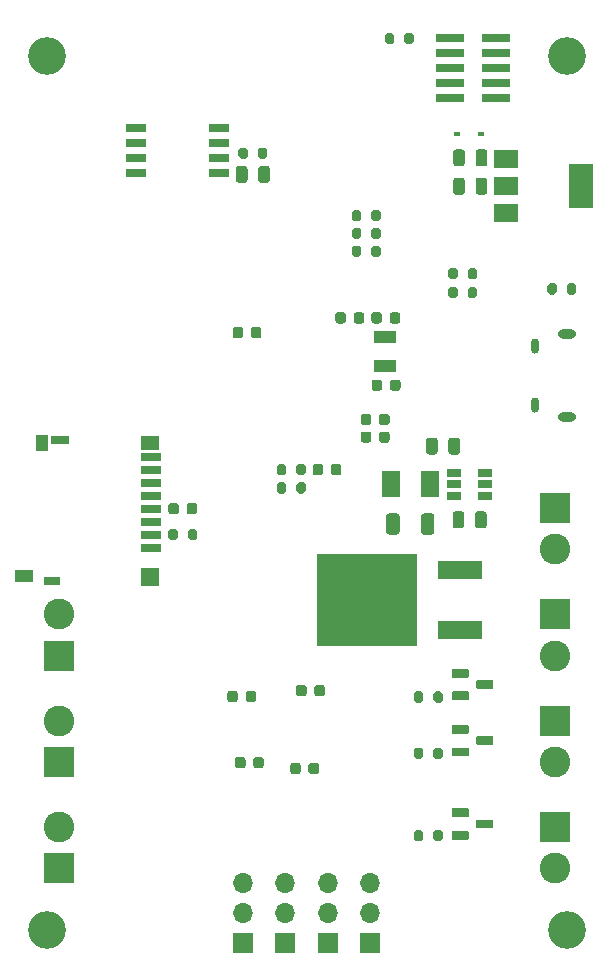
<source format=gbr>
G04 #@! TF.GenerationSoftware,KiCad,Pcbnew,(5.1.9)-1*
G04 #@! TF.CreationDate,2021-01-07T21:38:48-08:00*
G04 #@! TF.ProjectId,Hermes,4865726d-6573-42e6-9b69-6361645f7063,rev?*
G04 #@! TF.SameCoordinates,Original*
G04 #@! TF.FileFunction,Soldermask,Bot*
G04 #@! TF.FilePolarity,Negative*
%FSLAX46Y46*%
G04 Gerber Fmt 4.6, Leading zero omitted, Abs format (unit mm)*
G04 Created by KiCad (PCBNEW (5.1.9)-1) date 2021-01-07 21:38:48*
%MOMM*%
%LPD*%
G01*
G04 APERTURE LIST*
%ADD10R,1.550000X1.000000*%
%ADD11R,1.400000X0.800000*%
%ADD12R,1.000000X1.450000*%
%ADD13R,1.500000X0.800000*%
%ADD14R,1.750000X0.800000*%
%ADD15R,1.500000X1.500000*%
%ADD16R,1.500000X1.300000*%
%ADD17R,1.650000X2.300000*%
%ADD18R,1.900000X1.100000*%
%ADD19R,2.000000X1.500000*%
%ADD20R,2.000000X3.800000*%
%ADD21R,8.510000X7.870000*%
%ADD22R,3.810000X1.620000*%
%ADD23C,2.600000*%
%ADD24R,2.600000X2.600000*%
%ADD25R,2.400000X0.740000*%
%ADD26O,1.550000X0.775000*%
%ADD27O,0.650000X1.300000*%
%ADD28R,1.785000X0.650000*%
%ADD29R,1.220000X0.650000*%
%ADD30C,3.200000*%
%ADD31R,0.600000X0.450000*%
%ADD32R,1.700000X1.700000*%
%ADD33O,1.700000X1.700000*%
G04 APERTURE END LIST*
G04 #@! TO.C,R11*
G36*
G01*
X34900000Y-63775000D02*
X34900000Y-63225000D01*
G75*
G02*
X35100000Y-63025000I200000J0D01*
G01*
X35500000Y-63025000D01*
G75*
G02*
X35700000Y-63225000I0J-200000D01*
G01*
X35700000Y-63775000D01*
G75*
G02*
X35500000Y-63975000I-200000J0D01*
G01*
X35100000Y-63975000D01*
G75*
G02*
X34900000Y-63775000I0J200000D01*
G01*
G37*
G36*
G01*
X33250000Y-63775000D02*
X33250000Y-63225000D01*
G75*
G02*
X33450000Y-63025000I200000J0D01*
G01*
X33850000Y-63025000D01*
G75*
G02*
X34050000Y-63225000I0J-200000D01*
G01*
X34050000Y-63775000D01*
G75*
G02*
X33850000Y-63975000I-200000J0D01*
G01*
X33450000Y-63975000D01*
G75*
G02*
X33250000Y-63775000I0J200000D01*
G01*
G37*
G04 #@! TD*
G04 #@! TO.C,C5*
G36*
G01*
X40225000Y-46650000D02*
X40225000Y-46150000D01*
G75*
G02*
X40450000Y-45925000I225000J0D01*
G01*
X40900000Y-45925000D01*
G75*
G02*
X41125000Y-46150000I0J-225000D01*
G01*
X41125000Y-46650000D01*
G75*
G02*
X40900000Y-46875000I-225000J0D01*
G01*
X40450000Y-46875000D01*
G75*
G02*
X40225000Y-46650000I0J225000D01*
G01*
G37*
G36*
G01*
X38675000Y-46650000D02*
X38675000Y-46150000D01*
G75*
G02*
X38900000Y-45925000I225000J0D01*
G01*
X39350000Y-45925000D01*
G75*
G02*
X39575000Y-46150000I0J-225000D01*
G01*
X39575000Y-46650000D01*
G75*
G02*
X39350000Y-46875000I-225000J0D01*
G01*
X38900000Y-46875000D01*
G75*
G02*
X38675000Y-46650000I0J225000D01*
G01*
G37*
G04 #@! TD*
G04 #@! TO.C,R14*
G36*
G01*
X55675000Y-89275000D02*
X55675000Y-88725000D01*
G75*
G02*
X55875000Y-88525000I200000J0D01*
G01*
X56275000Y-88525000D01*
G75*
G02*
X56475000Y-88725000I0J-200000D01*
G01*
X56475000Y-89275000D01*
G75*
G02*
X56275000Y-89475000I-200000J0D01*
G01*
X55875000Y-89475000D01*
G75*
G02*
X55675000Y-89275000I0J200000D01*
G01*
G37*
G36*
G01*
X54025000Y-89275000D02*
X54025000Y-88725000D01*
G75*
G02*
X54225000Y-88525000I200000J0D01*
G01*
X54625000Y-88525000D01*
G75*
G02*
X54825000Y-88725000I0J-200000D01*
G01*
X54825000Y-89275000D01*
G75*
G02*
X54625000Y-89475000I-200000J0D01*
G01*
X54225000Y-89475000D01*
G75*
G02*
X54025000Y-89275000I0J200000D01*
G01*
G37*
G04 #@! TD*
G04 #@! TO.C,R13*
G36*
G01*
X55675000Y-82275000D02*
X55675000Y-81725000D01*
G75*
G02*
X55875000Y-81525000I200000J0D01*
G01*
X56275000Y-81525000D01*
G75*
G02*
X56475000Y-81725000I0J-200000D01*
G01*
X56475000Y-82275000D01*
G75*
G02*
X56275000Y-82475000I-200000J0D01*
G01*
X55875000Y-82475000D01*
G75*
G02*
X55675000Y-82275000I0J200000D01*
G01*
G37*
G36*
G01*
X54025000Y-82275000D02*
X54025000Y-81725000D01*
G75*
G02*
X54225000Y-81525000I200000J0D01*
G01*
X54625000Y-81525000D01*
G75*
G02*
X54825000Y-81725000I0J-200000D01*
G01*
X54825000Y-82275000D01*
G75*
G02*
X54625000Y-82475000I-200000J0D01*
G01*
X54225000Y-82475000D01*
G75*
G02*
X54025000Y-82275000I0J200000D01*
G01*
G37*
G04 #@! TD*
G04 #@! TO.C,R12*
G36*
G01*
X55675000Y-77525000D02*
X55675000Y-76975000D01*
G75*
G02*
X55875000Y-76775000I200000J0D01*
G01*
X56275000Y-76775000D01*
G75*
G02*
X56475000Y-76975000I0J-200000D01*
G01*
X56475000Y-77525000D01*
G75*
G02*
X56275000Y-77725000I-200000J0D01*
G01*
X55875000Y-77725000D01*
G75*
G02*
X55675000Y-77525000I0J200000D01*
G01*
G37*
G36*
G01*
X54025000Y-77525000D02*
X54025000Y-76975000D01*
G75*
G02*
X54225000Y-76775000I200000J0D01*
G01*
X54625000Y-76775000D01*
G75*
G02*
X54825000Y-76975000I0J-200000D01*
G01*
X54825000Y-77525000D01*
G75*
G02*
X54625000Y-77725000I-200000J0D01*
G01*
X54225000Y-77725000D01*
G75*
G02*
X54025000Y-77525000I0J200000D01*
G01*
G37*
G04 #@! TD*
D10*
G04 #@! TO.C,J14*
X21000000Y-67000000D03*
D11*
X23425000Y-67400000D03*
D12*
X22575000Y-55775000D03*
D13*
X24075000Y-55450000D03*
D14*
X31800000Y-64600000D03*
X31800000Y-63500000D03*
X31800000Y-62400000D03*
X31800000Y-61300000D03*
X31800000Y-60200000D03*
X31800000Y-59100000D03*
X31800000Y-58000000D03*
D15*
X31675000Y-67050000D03*
D16*
X31675000Y-55700000D03*
D14*
X31800000Y-56900000D03*
G04 #@! TD*
D17*
G04 #@! TO.C,L1*
X52100000Y-59250000D03*
X55400000Y-59250000D03*
G04 #@! TD*
G04 #@! TO.C,C9*
G36*
G01*
X51075000Y-54000000D02*
X51075000Y-53500000D01*
G75*
G02*
X51300000Y-53275000I225000J0D01*
G01*
X51750000Y-53275000D01*
G75*
G02*
X51975000Y-53500000I0J-225000D01*
G01*
X51975000Y-54000000D01*
G75*
G02*
X51750000Y-54225000I-225000J0D01*
G01*
X51300000Y-54225000D01*
G75*
G02*
X51075000Y-54000000I0J225000D01*
G01*
G37*
G36*
G01*
X49525000Y-54000000D02*
X49525000Y-53500000D01*
G75*
G02*
X49750000Y-53275000I225000J0D01*
G01*
X50200000Y-53275000D01*
G75*
G02*
X50425000Y-53500000I0J-225000D01*
G01*
X50425000Y-54000000D01*
G75*
G02*
X50200000Y-54225000I-225000J0D01*
G01*
X49750000Y-54225000D01*
G75*
G02*
X49525000Y-54000000I0J225000D01*
G01*
G37*
G04 #@! TD*
D18*
G04 #@! TO.C,Y1*
X51600000Y-49250000D03*
X51600000Y-46750000D03*
G04 #@! TD*
D19*
G04 #@! TO.C,U1*
X61850000Y-36300000D03*
X61850000Y-31700000D03*
X61850000Y-34000000D03*
D20*
X68150000Y-34000000D03*
G04 #@! TD*
G04 #@! TO.C,R15*
G36*
G01*
X40825000Y-31475000D02*
X40825000Y-30925000D01*
G75*
G02*
X41025000Y-30725000I200000J0D01*
G01*
X41425000Y-30725000D01*
G75*
G02*
X41625000Y-30925000I0J-200000D01*
G01*
X41625000Y-31475000D01*
G75*
G02*
X41425000Y-31675000I-200000J0D01*
G01*
X41025000Y-31675000D01*
G75*
G02*
X40825000Y-31475000I0J200000D01*
G01*
G37*
G36*
G01*
X39175000Y-31475000D02*
X39175000Y-30925000D01*
G75*
G02*
X39375000Y-30725000I200000J0D01*
G01*
X39775000Y-30725000D01*
G75*
G02*
X39975000Y-30925000I0J-200000D01*
G01*
X39975000Y-31475000D01*
G75*
G02*
X39775000Y-31675000I-200000J0D01*
G01*
X39375000Y-31675000D01*
G75*
G02*
X39175000Y-31475000I0J200000D01*
G01*
G37*
G04 #@! TD*
D21*
G04 #@! TO.C,R10*
X50030000Y-69000000D03*
D22*
X57970000Y-71540000D03*
X57970000Y-66460000D03*
G04 #@! TD*
G04 #@! TO.C,R9*
G36*
G01*
X50425000Y-36775000D02*
X50425000Y-36225000D01*
G75*
G02*
X50625000Y-36025000I200000J0D01*
G01*
X51025000Y-36025000D01*
G75*
G02*
X51225000Y-36225000I0J-200000D01*
G01*
X51225000Y-36775000D01*
G75*
G02*
X51025000Y-36975000I-200000J0D01*
G01*
X50625000Y-36975000D01*
G75*
G02*
X50425000Y-36775000I0J200000D01*
G01*
G37*
G36*
G01*
X48775000Y-36775000D02*
X48775000Y-36225000D01*
G75*
G02*
X48975000Y-36025000I200000J0D01*
G01*
X49375000Y-36025000D01*
G75*
G02*
X49575000Y-36225000I0J-200000D01*
G01*
X49575000Y-36775000D01*
G75*
G02*
X49375000Y-36975000I-200000J0D01*
G01*
X48975000Y-36975000D01*
G75*
G02*
X48775000Y-36775000I0J200000D01*
G01*
G37*
G04 #@! TD*
G04 #@! TO.C,R8*
G36*
G01*
X50425000Y-39775000D02*
X50425000Y-39225000D01*
G75*
G02*
X50625000Y-39025000I200000J0D01*
G01*
X51025000Y-39025000D01*
G75*
G02*
X51225000Y-39225000I0J-200000D01*
G01*
X51225000Y-39775000D01*
G75*
G02*
X51025000Y-39975000I-200000J0D01*
G01*
X50625000Y-39975000D01*
G75*
G02*
X50425000Y-39775000I0J200000D01*
G01*
G37*
G36*
G01*
X48775000Y-39775000D02*
X48775000Y-39225000D01*
G75*
G02*
X48975000Y-39025000I200000J0D01*
G01*
X49375000Y-39025000D01*
G75*
G02*
X49575000Y-39225000I0J-200000D01*
G01*
X49575000Y-39775000D01*
G75*
G02*
X49375000Y-39975000I-200000J0D01*
G01*
X48975000Y-39975000D01*
G75*
G02*
X48775000Y-39775000I0J200000D01*
G01*
G37*
G04 #@! TD*
G04 #@! TO.C,R7*
G36*
G01*
X44075000Y-58275000D02*
X44075000Y-57725000D01*
G75*
G02*
X44275000Y-57525000I200000J0D01*
G01*
X44675000Y-57525000D01*
G75*
G02*
X44875000Y-57725000I0J-200000D01*
G01*
X44875000Y-58275000D01*
G75*
G02*
X44675000Y-58475000I-200000J0D01*
G01*
X44275000Y-58475000D01*
G75*
G02*
X44075000Y-58275000I0J200000D01*
G01*
G37*
G36*
G01*
X42425000Y-58275000D02*
X42425000Y-57725000D01*
G75*
G02*
X42625000Y-57525000I200000J0D01*
G01*
X43025000Y-57525000D01*
G75*
G02*
X43225000Y-57725000I0J-200000D01*
G01*
X43225000Y-58275000D01*
G75*
G02*
X43025000Y-58475000I-200000J0D01*
G01*
X42625000Y-58475000D01*
G75*
G02*
X42425000Y-58275000I0J200000D01*
G01*
G37*
G04 #@! TD*
G04 #@! TO.C,R6*
G36*
G01*
X50425000Y-38275000D02*
X50425000Y-37725000D01*
G75*
G02*
X50625000Y-37525000I200000J0D01*
G01*
X51025000Y-37525000D01*
G75*
G02*
X51225000Y-37725000I0J-200000D01*
G01*
X51225000Y-38275000D01*
G75*
G02*
X51025000Y-38475000I-200000J0D01*
G01*
X50625000Y-38475000D01*
G75*
G02*
X50425000Y-38275000I0J200000D01*
G01*
G37*
G36*
G01*
X48775000Y-38275000D02*
X48775000Y-37725000D01*
G75*
G02*
X48975000Y-37525000I200000J0D01*
G01*
X49375000Y-37525000D01*
G75*
G02*
X49575000Y-37725000I0J-200000D01*
G01*
X49575000Y-38275000D01*
G75*
G02*
X49375000Y-38475000I-200000J0D01*
G01*
X48975000Y-38475000D01*
G75*
G02*
X48775000Y-38275000I0J200000D01*
G01*
G37*
G04 #@! TD*
G04 #@! TO.C,R5*
G36*
G01*
X44075000Y-59825000D02*
X44075000Y-59275000D01*
G75*
G02*
X44275000Y-59075000I200000J0D01*
G01*
X44675000Y-59075000D01*
G75*
G02*
X44875000Y-59275000I0J-200000D01*
G01*
X44875000Y-59825000D01*
G75*
G02*
X44675000Y-60025000I-200000J0D01*
G01*
X44275000Y-60025000D01*
G75*
G02*
X44075000Y-59825000I0J200000D01*
G01*
G37*
G36*
G01*
X42425000Y-59825000D02*
X42425000Y-59275000D01*
G75*
G02*
X42625000Y-59075000I200000J0D01*
G01*
X43025000Y-59075000D01*
G75*
G02*
X43225000Y-59275000I0J-200000D01*
G01*
X43225000Y-59825000D01*
G75*
G02*
X43025000Y-60025000I-200000J0D01*
G01*
X42625000Y-60025000D01*
G75*
G02*
X42425000Y-59825000I0J200000D01*
G01*
G37*
G04 #@! TD*
G04 #@! TO.C,R4*
G36*
G01*
X58585000Y-41675000D02*
X58585000Y-41125000D01*
G75*
G02*
X58785000Y-40925000I200000J0D01*
G01*
X59185000Y-40925000D01*
G75*
G02*
X59385000Y-41125000I0J-200000D01*
G01*
X59385000Y-41675000D01*
G75*
G02*
X59185000Y-41875000I-200000J0D01*
G01*
X58785000Y-41875000D01*
G75*
G02*
X58585000Y-41675000I0J200000D01*
G01*
G37*
G36*
G01*
X56935000Y-41675000D02*
X56935000Y-41125000D01*
G75*
G02*
X57135000Y-40925000I200000J0D01*
G01*
X57535000Y-40925000D01*
G75*
G02*
X57735000Y-41125000I0J-200000D01*
G01*
X57735000Y-41675000D01*
G75*
G02*
X57535000Y-41875000I-200000J0D01*
G01*
X57135000Y-41875000D01*
G75*
G02*
X56935000Y-41675000I0J200000D01*
G01*
G37*
G04 #@! TD*
G04 #@! TO.C,R3*
G36*
G01*
X58585000Y-43280000D02*
X58585000Y-42730000D01*
G75*
G02*
X58785000Y-42530000I200000J0D01*
G01*
X59185000Y-42530000D01*
G75*
G02*
X59385000Y-42730000I0J-200000D01*
G01*
X59385000Y-43280000D01*
G75*
G02*
X59185000Y-43480000I-200000J0D01*
G01*
X58785000Y-43480000D01*
G75*
G02*
X58585000Y-43280000I0J200000D01*
G01*
G37*
G36*
G01*
X56935000Y-43280000D02*
X56935000Y-42730000D01*
G75*
G02*
X57135000Y-42530000I200000J0D01*
G01*
X57535000Y-42530000D01*
G75*
G02*
X57735000Y-42730000I0J-200000D01*
G01*
X57735000Y-43280000D01*
G75*
G02*
X57535000Y-43480000I-200000J0D01*
G01*
X57135000Y-43480000D01*
G75*
G02*
X56935000Y-43280000I0J200000D01*
G01*
G37*
G04 #@! TD*
G04 #@! TO.C,R2*
G36*
G01*
X52375000Y-21225000D02*
X52375000Y-21775000D01*
G75*
G02*
X52175000Y-21975000I-200000J0D01*
G01*
X51775000Y-21975000D01*
G75*
G02*
X51575000Y-21775000I0J200000D01*
G01*
X51575000Y-21225000D01*
G75*
G02*
X51775000Y-21025000I200000J0D01*
G01*
X52175000Y-21025000D01*
G75*
G02*
X52375000Y-21225000I0J-200000D01*
G01*
G37*
G36*
G01*
X54025000Y-21225000D02*
X54025000Y-21775000D01*
G75*
G02*
X53825000Y-21975000I-200000J0D01*
G01*
X53425000Y-21975000D01*
G75*
G02*
X53225000Y-21775000I0J200000D01*
G01*
X53225000Y-21225000D01*
G75*
G02*
X53425000Y-21025000I200000J0D01*
G01*
X53825000Y-21025000D01*
G75*
G02*
X54025000Y-21225000I0J-200000D01*
G01*
G37*
G04 #@! TD*
G04 #@! TO.C,R1*
G36*
G01*
X66125000Y-42425000D02*
X66125000Y-42975000D01*
G75*
G02*
X65925000Y-43175000I-200000J0D01*
G01*
X65525000Y-43175000D01*
G75*
G02*
X65325000Y-42975000I0J200000D01*
G01*
X65325000Y-42425000D01*
G75*
G02*
X65525000Y-42225000I200000J0D01*
G01*
X65925000Y-42225000D01*
G75*
G02*
X66125000Y-42425000I0J-200000D01*
G01*
G37*
G36*
G01*
X67775000Y-42425000D02*
X67775000Y-42975000D01*
G75*
G02*
X67575000Y-43175000I-200000J0D01*
G01*
X67175000Y-43175000D01*
G75*
G02*
X66975000Y-42975000I0J200000D01*
G01*
X66975000Y-42425000D01*
G75*
G02*
X67175000Y-42225000I200000J0D01*
G01*
X67575000Y-42225000D01*
G75*
G02*
X67775000Y-42425000I0J-200000D01*
G01*
G37*
G04 #@! TD*
G04 #@! TO.C,Q3*
G36*
G01*
X57230000Y-89250000D02*
X57230000Y-88650000D01*
G75*
G02*
X57300000Y-88580000I70000J0D01*
G01*
X58600000Y-88580000D01*
G75*
G02*
X58670000Y-88650000I0J-70000D01*
G01*
X58670000Y-89250000D01*
G75*
G02*
X58600000Y-89320000I-70000J0D01*
G01*
X57300000Y-89320000D01*
G75*
G02*
X57230000Y-89250000I0J70000D01*
G01*
G37*
G36*
G01*
X57230000Y-87350000D02*
X57230000Y-86750000D01*
G75*
G02*
X57300000Y-86680000I70000J0D01*
G01*
X58600000Y-86680000D01*
G75*
G02*
X58670000Y-86750000I0J-70000D01*
G01*
X58670000Y-87350000D01*
G75*
G02*
X58600000Y-87420000I-70000J0D01*
G01*
X57300000Y-87420000D01*
G75*
G02*
X57230000Y-87350000I0J70000D01*
G01*
G37*
G36*
G01*
X59330000Y-88300000D02*
X59330000Y-87700000D01*
G75*
G02*
X59400000Y-87630000I70000J0D01*
G01*
X60700000Y-87630000D01*
G75*
G02*
X60770000Y-87700000I0J-70000D01*
G01*
X60770000Y-88300000D01*
G75*
G02*
X60700000Y-88370000I-70000J0D01*
G01*
X59400000Y-88370000D01*
G75*
G02*
X59330000Y-88300000I0J70000D01*
G01*
G37*
G04 #@! TD*
G04 #@! TO.C,Q2*
G36*
G01*
X57230000Y-82200000D02*
X57230000Y-81600000D01*
G75*
G02*
X57300000Y-81530000I70000J0D01*
G01*
X58600000Y-81530000D01*
G75*
G02*
X58670000Y-81600000I0J-70000D01*
G01*
X58670000Y-82200000D01*
G75*
G02*
X58600000Y-82270000I-70000J0D01*
G01*
X57300000Y-82270000D01*
G75*
G02*
X57230000Y-82200000I0J70000D01*
G01*
G37*
G36*
G01*
X57230000Y-80300000D02*
X57230000Y-79700000D01*
G75*
G02*
X57300000Y-79630000I70000J0D01*
G01*
X58600000Y-79630000D01*
G75*
G02*
X58670000Y-79700000I0J-70000D01*
G01*
X58670000Y-80300000D01*
G75*
G02*
X58600000Y-80370000I-70000J0D01*
G01*
X57300000Y-80370000D01*
G75*
G02*
X57230000Y-80300000I0J70000D01*
G01*
G37*
G36*
G01*
X59330000Y-81250000D02*
X59330000Y-80650000D01*
G75*
G02*
X59400000Y-80580000I70000J0D01*
G01*
X60700000Y-80580000D01*
G75*
G02*
X60770000Y-80650000I0J-70000D01*
G01*
X60770000Y-81250000D01*
G75*
G02*
X60700000Y-81320000I-70000J0D01*
G01*
X59400000Y-81320000D01*
G75*
G02*
X59330000Y-81250000I0J70000D01*
G01*
G37*
G04 #@! TD*
G04 #@! TO.C,Q1*
G36*
G01*
X57230000Y-77450000D02*
X57230000Y-76850000D01*
G75*
G02*
X57300000Y-76780000I70000J0D01*
G01*
X58600000Y-76780000D01*
G75*
G02*
X58670000Y-76850000I0J-70000D01*
G01*
X58670000Y-77450000D01*
G75*
G02*
X58600000Y-77520000I-70000J0D01*
G01*
X57300000Y-77520000D01*
G75*
G02*
X57230000Y-77450000I0J70000D01*
G01*
G37*
G36*
G01*
X57230000Y-75550000D02*
X57230000Y-74950000D01*
G75*
G02*
X57300000Y-74880000I70000J0D01*
G01*
X58600000Y-74880000D01*
G75*
G02*
X58670000Y-74950000I0J-70000D01*
G01*
X58670000Y-75550000D01*
G75*
G02*
X58600000Y-75620000I-70000J0D01*
G01*
X57300000Y-75620000D01*
G75*
G02*
X57230000Y-75550000I0J70000D01*
G01*
G37*
G36*
G01*
X59330000Y-76500000D02*
X59330000Y-75900000D01*
G75*
G02*
X59400000Y-75830000I70000J0D01*
G01*
X60700000Y-75830000D01*
G75*
G02*
X60770000Y-75900000I0J-70000D01*
G01*
X60770000Y-76500000D01*
G75*
G02*
X60700000Y-76570000I-70000J0D01*
G01*
X59400000Y-76570000D01*
G75*
G02*
X59330000Y-76500000I0J70000D01*
G01*
G37*
G04 #@! TD*
D23*
G04 #@! TO.C,J17*
X66000000Y-91750000D03*
D24*
X66000000Y-88250000D03*
G04 #@! TD*
D23*
G04 #@! TO.C,J16*
X66000000Y-82750000D03*
D24*
X66000000Y-79250000D03*
G04 #@! TD*
D23*
G04 #@! TO.C,J15*
X66000000Y-73750000D03*
D24*
X66000000Y-70250000D03*
G04 #@! TD*
D23*
G04 #@! TO.C,J12*
X24000000Y-79250000D03*
D24*
X24000000Y-82750000D03*
G04 #@! TD*
D23*
G04 #@! TO.C,J11*
X66000000Y-64750000D03*
D24*
X66000000Y-61250000D03*
G04 #@! TD*
D25*
G04 #@! TO.C,J10*
X60950000Y-21460000D03*
X57050000Y-21460000D03*
X60950000Y-22730000D03*
X57050000Y-22730000D03*
X60950000Y-24000000D03*
X57050000Y-24000000D03*
X60950000Y-25270000D03*
X57050000Y-25270000D03*
X60950000Y-26540000D03*
X57050000Y-26540000D03*
G04 #@! TD*
D23*
G04 #@! TO.C,J9*
X24000000Y-88250000D03*
D24*
X24000000Y-91750000D03*
G04 #@! TD*
D23*
G04 #@! TO.C,J8*
X24000000Y-70250000D03*
D24*
X24000000Y-73750000D03*
G04 #@! TD*
D26*
G04 #@! TO.C,J5*
X67000000Y-46500000D03*
X67000000Y-53500000D03*
D27*
X64300000Y-47500000D03*
X64300000Y-52500000D03*
G04 #@! TD*
D28*
G04 #@! TO.C,IC3*
X37532000Y-32905000D03*
X37532000Y-31635000D03*
X37532000Y-30365000D03*
X37532000Y-29095000D03*
X30468000Y-29095000D03*
X30468000Y-30365000D03*
X30468000Y-31635000D03*
X30468000Y-32905000D03*
G04 #@! TD*
D29*
G04 #@! TO.C,IC2*
X57440000Y-58300000D03*
X57440000Y-59250000D03*
X57440000Y-60200000D03*
X60060000Y-60200000D03*
X60060000Y-59250000D03*
X60060000Y-58300000D03*
G04 #@! TD*
D30*
G04 #@! TO.C,H4*
X67000000Y-97000000D03*
G04 #@! TD*
G04 #@! TO.C,H3*
X23000000Y-97000000D03*
G04 #@! TD*
G04 #@! TO.C,H2*
X67000000Y-23000000D03*
G04 #@! TD*
G04 #@! TO.C,H1*
X23000000Y-23000000D03*
G04 #@! TD*
D31*
G04 #@! TO.C,D2*
X57650000Y-29600000D03*
X59750000Y-29600000D03*
G04 #@! TD*
G04 #@! TO.C,C19*
G36*
G01*
X40850000Y-33475000D02*
X40850000Y-32525000D01*
G75*
G02*
X41100000Y-32275000I250000J0D01*
G01*
X41600000Y-32275000D01*
G75*
G02*
X41850000Y-32525000I0J-250000D01*
G01*
X41850000Y-33475000D01*
G75*
G02*
X41600000Y-33725000I-250000J0D01*
G01*
X41100000Y-33725000D01*
G75*
G02*
X40850000Y-33475000I0J250000D01*
G01*
G37*
G36*
G01*
X38950000Y-33475000D02*
X38950000Y-32525000D01*
G75*
G02*
X39200000Y-32275000I250000J0D01*
G01*
X39700000Y-32275000D01*
G75*
G02*
X39950000Y-32525000I0J-250000D01*
G01*
X39950000Y-33475000D01*
G75*
G02*
X39700000Y-33725000I-250000J0D01*
G01*
X39200000Y-33725000D01*
G75*
G02*
X38950000Y-33475000I0J250000D01*
G01*
G37*
G04 #@! TD*
G04 #@! TO.C,C18*
G36*
G01*
X34785000Y-61550000D02*
X34785000Y-61050000D01*
G75*
G02*
X35010000Y-60825000I225000J0D01*
G01*
X35460000Y-60825000D01*
G75*
G02*
X35685000Y-61050000I0J-225000D01*
G01*
X35685000Y-61550000D01*
G75*
G02*
X35460000Y-61775000I-225000J0D01*
G01*
X35010000Y-61775000D01*
G75*
G02*
X34785000Y-61550000I0J225000D01*
G01*
G37*
G36*
G01*
X33235000Y-61550000D02*
X33235000Y-61050000D01*
G75*
G02*
X33460000Y-60825000I225000J0D01*
G01*
X33910000Y-60825000D01*
G75*
G02*
X34135000Y-61050000I0J-225000D01*
G01*
X34135000Y-61550000D01*
G75*
G02*
X33910000Y-61775000I-225000J0D01*
G01*
X33460000Y-61775000D01*
G75*
G02*
X33235000Y-61550000I0J225000D01*
G01*
G37*
G04 #@! TD*
G04 #@! TO.C,C17*
G36*
G01*
X39775000Y-77450000D02*
X39775000Y-76950000D01*
G75*
G02*
X40000000Y-76725000I225000J0D01*
G01*
X40450000Y-76725000D01*
G75*
G02*
X40675000Y-76950000I0J-225000D01*
G01*
X40675000Y-77450000D01*
G75*
G02*
X40450000Y-77675000I-225000J0D01*
G01*
X40000000Y-77675000D01*
G75*
G02*
X39775000Y-77450000I0J225000D01*
G01*
G37*
G36*
G01*
X38225000Y-77450000D02*
X38225000Y-76950000D01*
G75*
G02*
X38450000Y-76725000I225000J0D01*
G01*
X38900000Y-76725000D01*
G75*
G02*
X39125000Y-76950000I0J-225000D01*
G01*
X39125000Y-77450000D01*
G75*
G02*
X38900000Y-77675000I-225000J0D01*
G01*
X38450000Y-77675000D01*
G75*
G02*
X38225000Y-77450000I0J225000D01*
G01*
G37*
G04 #@! TD*
G04 #@! TO.C,C16*
G36*
G01*
X40425000Y-83050000D02*
X40425000Y-82550000D01*
G75*
G02*
X40650000Y-82325000I225000J0D01*
G01*
X41100000Y-82325000D01*
G75*
G02*
X41325000Y-82550000I0J-225000D01*
G01*
X41325000Y-83050000D01*
G75*
G02*
X41100000Y-83275000I-225000J0D01*
G01*
X40650000Y-83275000D01*
G75*
G02*
X40425000Y-83050000I0J225000D01*
G01*
G37*
G36*
G01*
X38875000Y-83050000D02*
X38875000Y-82550000D01*
G75*
G02*
X39100000Y-82325000I225000J0D01*
G01*
X39550000Y-82325000D01*
G75*
G02*
X39775000Y-82550000I0J-225000D01*
G01*
X39775000Y-83050000D01*
G75*
G02*
X39550000Y-83275000I-225000J0D01*
G01*
X39100000Y-83275000D01*
G75*
G02*
X38875000Y-83050000I0J225000D01*
G01*
G37*
G04 #@! TD*
G04 #@! TO.C,C15*
G36*
G01*
X45100000Y-83550000D02*
X45100000Y-83050000D01*
G75*
G02*
X45325000Y-82825000I225000J0D01*
G01*
X45775000Y-82825000D01*
G75*
G02*
X46000000Y-83050000I0J-225000D01*
G01*
X46000000Y-83550000D01*
G75*
G02*
X45775000Y-83775000I-225000J0D01*
G01*
X45325000Y-83775000D01*
G75*
G02*
X45100000Y-83550000I0J225000D01*
G01*
G37*
G36*
G01*
X43550000Y-83550000D02*
X43550000Y-83050000D01*
G75*
G02*
X43775000Y-82825000I225000J0D01*
G01*
X44225000Y-82825000D01*
G75*
G02*
X44450000Y-83050000I0J-225000D01*
G01*
X44450000Y-83550000D01*
G75*
G02*
X44225000Y-83775000I-225000J0D01*
G01*
X43775000Y-83775000D01*
G75*
G02*
X43550000Y-83550000I0J225000D01*
G01*
G37*
G04 #@! TD*
G04 #@! TO.C,C14*
G36*
G01*
X45600000Y-76950000D02*
X45600000Y-76450000D01*
G75*
G02*
X45825000Y-76225000I225000J0D01*
G01*
X46275000Y-76225000D01*
G75*
G02*
X46500000Y-76450000I0J-225000D01*
G01*
X46500000Y-76950000D01*
G75*
G02*
X46275000Y-77175000I-225000J0D01*
G01*
X45825000Y-77175000D01*
G75*
G02*
X45600000Y-76950000I0J225000D01*
G01*
G37*
G36*
G01*
X44050000Y-76950000D02*
X44050000Y-76450000D01*
G75*
G02*
X44275000Y-76225000I225000J0D01*
G01*
X44725000Y-76225000D01*
G75*
G02*
X44950000Y-76450000I0J-225000D01*
G01*
X44950000Y-76950000D01*
G75*
G02*
X44725000Y-77175000I-225000J0D01*
G01*
X44275000Y-77175000D01*
G75*
G02*
X44050000Y-76950000I0J225000D01*
G01*
G37*
G04 #@! TD*
G04 #@! TO.C,C13*
G36*
G01*
X58350000Y-33525000D02*
X58350000Y-34475000D01*
G75*
G02*
X58100000Y-34725000I-250000J0D01*
G01*
X57600000Y-34725000D01*
G75*
G02*
X57350000Y-34475000I0J250000D01*
G01*
X57350000Y-33525000D01*
G75*
G02*
X57600000Y-33275000I250000J0D01*
G01*
X58100000Y-33275000D01*
G75*
G02*
X58350000Y-33525000I0J-250000D01*
G01*
G37*
G36*
G01*
X60250000Y-33525000D02*
X60250000Y-34475000D01*
G75*
G02*
X60000000Y-34725000I-250000J0D01*
G01*
X59500000Y-34725000D01*
G75*
G02*
X59250000Y-34475000I0J250000D01*
G01*
X59250000Y-33525000D01*
G75*
G02*
X59500000Y-33275000I250000J0D01*
G01*
X60000000Y-33275000D01*
G75*
G02*
X60250000Y-33525000I0J-250000D01*
G01*
G37*
G04 #@! TD*
G04 #@! TO.C,C12*
G36*
G01*
X58350000Y-31125000D02*
X58350000Y-32075000D01*
G75*
G02*
X58100000Y-32325000I-250000J0D01*
G01*
X57600000Y-32325000D01*
G75*
G02*
X57350000Y-32075000I0J250000D01*
G01*
X57350000Y-31125000D01*
G75*
G02*
X57600000Y-30875000I250000J0D01*
G01*
X58100000Y-30875000D01*
G75*
G02*
X58350000Y-31125000I0J-250000D01*
G01*
G37*
G36*
G01*
X60250000Y-31125000D02*
X60250000Y-32075000D01*
G75*
G02*
X60000000Y-32325000I-250000J0D01*
G01*
X59500000Y-32325000D01*
G75*
G02*
X59250000Y-32075000I0J250000D01*
G01*
X59250000Y-31125000D01*
G75*
G02*
X59500000Y-30875000I250000J0D01*
G01*
X60000000Y-30875000D01*
G75*
G02*
X60250000Y-31125000I0J-250000D01*
G01*
G37*
G04 #@! TD*
G04 #@! TO.C,C11*
G36*
G01*
X46350000Y-57750000D02*
X46350000Y-58250000D01*
G75*
G02*
X46125000Y-58475000I-225000J0D01*
G01*
X45675000Y-58475000D01*
G75*
G02*
X45450000Y-58250000I0J225000D01*
G01*
X45450000Y-57750000D01*
G75*
G02*
X45675000Y-57525000I225000J0D01*
G01*
X46125000Y-57525000D01*
G75*
G02*
X46350000Y-57750000I0J-225000D01*
G01*
G37*
G36*
G01*
X47900000Y-57750000D02*
X47900000Y-58250000D01*
G75*
G02*
X47675000Y-58475000I-225000J0D01*
G01*
X47225000Y-58475000D01*
G75*
G02*
X47000000Y-58250000I0J225000D01*
G01*
X47000000Y-57750000D01*
G75*
G02*
X47225000Y-57525000I225000J0D01*
G01*
X47675000Y-57525000D01*
G75*
G02*
X47900000Y-57750000I0J-225000D01*
G01*
G37*
G04 #@! TD*
G04 #@! TO.C,C10*
G36*
G01*
X51075000Y-55500000D02*
X51075000Y-55000000D01*
G75*
G02*
X51300000Y-54775000I225000J0D01*
G01*
X51750000Y-54775000D01*
G75*
G02*
X51975000Y-55000000I0J-225000D01*
G01*
X51975000Y-55500000D01*
G75*
G02*
X51750000Y-55725000I-225000J0D01*
G01*
X51300000Y-55725000D01*
G75*
G02*
X51075000Y-55500000I0J225000D01*
G01*
G37*
G36*
G01*
X49525000Y-55500000D02*
X49525000Y-55000000D01*
G75*
G02*
X49750000Y-54775000I225000J0D01*
G01*
X50200000Y-54775000D01*
G75*
G02*
X50425000Y-55000000I0J-225000D01*
G01*
X50425000Y-55500000D01*
G75*
G02*
X50200000Y-55725000I-225000J0D01*
G01*
X49750000Y-55725000D01*
G75*
G02*
X49525000Y-55500000I0J225000D01*
G01*
G37*
G04 #@! TD*
G04 #@! TO.C,C8*
G36*
G01*
X59200000Y-62725000D02*
X59200000Y-61775000D01*
G75*
G02*
X59450000Y-61525000I250000J0D01*
G01*
X59950000Y-61525000D01*
G75*
G02*
X60200000Y-61775000I0J-250000D01*
G01*
X60200000Y-62725000D01*
G75*
G02*
X59950000Y-62975000I-250000J0D01*
G01*
X59450000Y-62975000D01*
G75*
G02*
X59200000Y-62725000I0J250000D01*
G01*
G37*
G36*
G01*
X57300000Y-62725000D02*
X57300000Y-61775000D01*
G75*
G02*
X57550000Y-61525000I250000J0D01*
G01*
X58050000Y-61525000D01*
G75*
G02*
X58300000Y-61775000I0J-250000D01*
G01*
X58300000Y-62725000D01*
G75*
G02*
X58050000Y-62975000I-250000J0D01*
G01*
X57550000Y-62975000D01*
G75*
G02*
X57300000Y-62725000I0J250000D01*
G01*
G37*
G04 #@! TD*
G04 #@! TO.C,C7*
G36*
G01*
X52825000Y-61949999D02*
X52825000Y-63250001D01*
G75*
G02*
X52575001Y-63500000I-249999J0D01*
G01*
X51924999Y-63500000D01*
G75*
G02*
X51675000Y-63250001I0J249999D01*
G01*
X51675000Y-61949999D01*
G75*
G02*
X51924999Y-61700000I249999J0D01*
G01*
X52575001Y-61700000D01*
G75*
G02*
X52825000Y-61949999I0J-249999D01*
G01*
G37*
G36*
G01*
X55775000Y-61949999D02*
X55775000Y-63250001D01*
G75*
G02*
X55525001Y-63500000I-249999J0D01*
G01*
X54874999Y-63500000D01*
G75*
G02*
X54625000Y-63250001I0J249999D01*
G01*
X54625000Y-61949999D01*
G75*
G02*
X54874999Y-61700000I249999J0D01*
G01*
X55525001Y-61700000D01*
G75*
G02*
X55775000Y-61949999I0J-249999D01*
G01*
G37*
G04 #@! TD*
G04 #@! TO.C,C6*
G36*
G01*
X56950000Y-56475000D02*
X56950000Y-55525000D01*
G75*
G02*
X57200000Y-55275000I250000J0D01*
G01*
X57700000Y-55275000D01*
G75*
G02*
X57950000Y-55525000I0J-250000D01*
G01*
X57950000Y-56475000D01*
G75*
G02*
X57700000Y-56725000I-250000J0D01*
G01*
X57200000Y-56725000D01*
G75*
G02*
X56950000Y-56475000I0J250000D01*
G01*
G37*
G36*
G01*
X55050000Y-56475000D02*
X55050000Y-55525000D01*
G75*
G02*
X55300000Y-55275000I250000J0D01*
G01*
X55800000Y-55275000D01*
G75*
G02*
X56050000Y-55525000I0J-250000D01*
G01*
X56050000Y-56475000D01*
G75*
G02*
X55800000Y-56725000I-250000J0D01*
G01*
X55300000Y-56725000D01*
G75*
G02*
X55050000Y-56475000I0J250000D01*
G01*
G37*
G04 #@! TD*
G04 #@! TO.C,C4*
G36*
G01*
X51350000Y-50600000D02*
X51350000Y-51100000D01*
G75*
G02*
X51125000Y-51325000I-225000J0D01*
G01*
X50675000Y-51325000D01*
G75*
G02*
X50450000Y-51100000I0J225000D01*
G01*
X50450000Y-50600000D01*
G75*
G02*
X50675000Y-50375000I225000J0D01*
G01*
X51125000Y-50375000D01*
G75*
G02*
X51350000Y-50600000I0J-225000D01*
G01*
G37*
G36*
G01*
X52900000Y-50600000D02*
X52900000Y-51100000D01*
G75*
G02*
X52675000Y-51325000I-225000J0D01*
G01*
X52225000Y-51325000D01*
G75*
G02*
X52000000Y-51100000I0J225000D01*
G01*
X52000000Y-50600000D01*
G75*
G02*
X52225000Y-50375000I225000J0D01*
G01*
X52675000Y-50375000D01*
G75*
G02*
X52900000Y-50600000I0J-225000D01*
G01*
G37*
G04 #@! TD*
G04 #@! TO.C,C3*
G36*
G01*
X51975000Y-45400000D02*
X51975000Y-44900000D01*
G75*
G02*
X52200000Y-44675000I225000J0D01*
G01*
X52650000Y-44675000D01*
G75*
G02*
X52875000Y-44900000I0J-225000D01*
G01*
X52875000Y-45400000D01*
G75*
G02*
X52650000Y-45625000I-225000J0D01*
G01*
X52200000Y-45625000D01*
G75*
G02*
X51975000Y-45400000I0J225000D01*
G01*
G37*
G36*
G01*
X50425000Y-45400000D02*
X50425000Y-44900000D01*
G75*
G02*
X50650000Y-44675000I225000J0D01*
G01*
X51100000Y-44675000D01*
G75*
G02*
X51325000Y-44900000I0J-225000D01*
G01*
X51325000Y-45400000D01*
G75*
G02*
X51100000Y-45625000I-225000J0D01*
G01*
X50650000Y-45625000D01*
G75*
G02*
X50425000Y-45400000I0J225000D01*
G01*
G37*
G04 #@! TD*
G04 #@! TO.C,C2*
G36*
G01*
X48925000Y-45400000D02*
X48925000Y-44900000D01*
G75*
G02*
X49150000Y-44675000I225000J0D01*
G01*
X49600000Y-44675000D01*
G75*
G02*
X49825000Y-44900000I0J-225000D01*
G01*
X49825000Y-45400000D01*
G75*
G02*
X49600000Y-45625000I-225000J0D01*
G01*
X49150000Y-45625000D01*
G75*
G02*
X48925000Y-45400000I0J225000D01*
G01*
G37*
G36*
G01*
X47375000Y-45400000D02*
X47375000Y-44900000D01*
G75*
G02*
X47600000Y-44675000I225000J0D01*
G01*
X48050000Y-44675000D01*
G75*
G02*
X48275000Y-44900000I0J-225000D01*
G01*
X48275000Y-45400000D01*
G75*
G02*
X48050000Y-45625000I-225000J0D01*
G01*
X47600000Y-45625000D01*
G75*
G02*
X47375000Y-45400000I0J225000D01*
G01*
G37*
G04 #@! TD*
D32*
G04 #@! TO.C,J1*
X46750000Y-98050000D03*
D33*
X46750000Y-95510000D03*
X46750000Y-92970000D03*
G04 #@! TD*
G04 #@! TO.C,J2*
X50350000Y-92970000D03*
X50350000Y-95510000D03*
D32*
X50350000Y-98050000D03*
G04 #@! TD*
G04 #@! TO.C,J3*
X43150000Y-98050000D03*
D33*
X43150000Y-95510000D03*
X43150000Y-92970000D03*
G04 #@! TD*
G04 #@! TO.C,J4*
X39550000Y-92970000D03*
X39550000Y-95510000D03*
D32*
X39550000Y-98050000D03*
G04 #@! TD*
M02*

</source>
